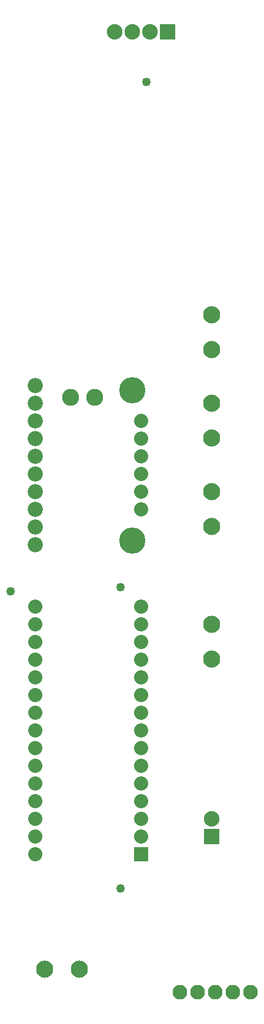
<source format=gbs>
G04 MADE WITH FRITZING*
G04 WWW.FRITZING.ORG*
G04 DOUBLE SIDED*
G04 HOLES PLATED*
G04 CONTOUR ON CENTER OF CONTOUR VECTOR*
%ASAXBY*%
%FSLAX23Y23*%
%MOIN*%
%OFA0B0*%
%SFA1.0B1.0*%
%ADD10C,0.080000*%
%ADD11C,0.148425*%
%ADD12C,0.096000*%
%ADD13C,0.086000*%
%ADD14C,0.083379*%
%ADD15C,0.088000*%
%ADD16C,0.097268*%
%ADD17C,0.097253*%
%ADD18C,0.049370*%
%ADD19R,0.079972X0.080000*%
%ADD20R,0.088000X0.088000*%
%LNMASK0*%
G90*
G70*
G54D10*
X799Y1248D03*
X799Y1348D03*
X799Y1448D03*
X799Y1548D03*
X799Y1648D03*
X799Y1748D03*
X799Y1848D03*
X799Y1948D03*
X799Y2048D03*
X799Y2148D03*
X799Y2248D03*
X799Y2348D03*
X799Y2448D03*
X799Y2548D03*
X799Y2648D03*
X199Y1248D03*
X199Y1348D03*
X199Y1448D03*
X199Y1548D03*
X199Y1648D03*
X199Y1748D03*
X199Y1848D03*
X199Y1948D03*
X199Y2048D03*
X199Y2148D03*
X199Y2248D03*
X199Y2348D03*
X199Y2448D03*
X199Y2548D03*
X199Y2648D03*
G54D11*
X749Y3873D03*
G54D12*
X398Y3833D03*
X536Y3833D03*
G54D13*
X199Y3898D03*
X199Y3798D03*
X199Y3698D03*
X199Y3598D03*
X199Y3498D03*
X199Y3398D03*
X199Y3298D03*
G54D11*
X749Y3023D03*
G54D13*
X199Y3198D03*
X199Y3098D03*
X199Y2998D03*
G54D10*
X799Y3198D03*
X799Y3298D03*
X799Y3398D03*
X799Y3498D03*
X799Y3598D03*
X799Y3698D03*
G54D14*
X1020Y468D03*
X1120Y468D03*
X1220Y468D03*
X1320Y468D03*
X1420Y468D03*
G54D15*
X1199Y1348D03*
X1199Y1448D03*
X949Y5898D03*
X849Y5898D03*
X749Y5898D03*
X649Y5898D03*
G54D16*
X1199Y2351D03*
G54D17*
X1199Y2548D03*
G54D16*
X1199Y4101D03*
G54D17*
X1199Y4298D03*
G54D16*
X1199Y3601D03*
G54D17*
X1199Y3798D03*
G54D16*
X1199Y3101D03*
G54D17*
X1199Y3298D03*
G54D16*
X252Y598D03*
G54D17*
X449Y598D03*
G54D18*
X684Y2759D03*
X684Y1055D03*
X60Y2735D03*
X828Y5615D03*
G54D19*
X799Y1248D03*
G54D20*
X1199Y1348D03*
X949Y5898D03*
G04 End of Mask0*
M02*
</source>
